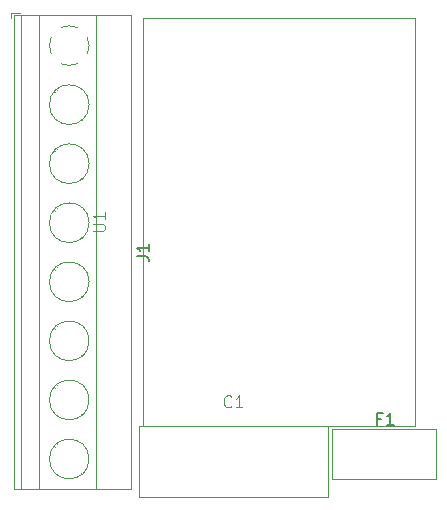
<source format=gbr>
%TF.GenerationSoftware,KiCad,Pcbnew,7.0.10*%
%TF.CreationDate,2024-02-19T12:02:35-07:00*%
%TF.ProjectId,jamie,6a616d69-652e-46b6-9963-61645f706362,rev?*%
%TF.SameCoordinates,Original*%
%TF.FileFunction,Legend,Top*%
%TF.FilePolarity,Positive*%
%FSLAX46Y46*%
G04 Gerber Fmt 4.6, Leading zero omitted, Abs format (unit mm)*
G04 Created by KiCad (PCBNEW 7.0.10) date 2024-02-19 12:02:35*
%MOMM*%
%LPD*%
G01*
G04 APERTURE LIST*
%ADD10C,0.100000*%
%ADD11C,0.150000*%
%ADD12C,0.120000*%
G04 APERTURE END LIST*
D10*
X148087419Y-98551904D02*
X148896942Y-98551904D01*
X148896942Y-98551904D02*
X148992180Y-98504285D01*
X148992180Y-98504285D02*
X149039800Y-98456666D01*
X149039800Y-98456666D02*
X149087419Y-98361428D01*
X149087419Y-98361428D02*
X149087419Y-98170952D01*
X149087419Y-98170952D02*
X149039800Y-98075714D01*
X149039800Y-98075714D02*
X148992180Y-98028095D01*
X148992180Y-98028095D02*
X148896942Y-97980476D01*
X148896942Y-97980476D02*
X148087419Y-97980476D01*
X149087419Y-96980476D02*
X149087419Y-97551904D01*
X149087419Y-97266190D02*
X148087419Y-97266190D01*
X148087419Y-97266190D02*
X148230276Y-97361428D01*
X148230276Y-97361428D02*
X148325514Y-97456666D01*
X148325514Y-97456666D02*
X148373133Y-97551904D01*
D11*
X151784819Y-100703333D02*
X152499104Y-100703333D01*
X152499104Y-100703333D02*
X152641961Y-100750952D01*
X152641961Y-100750952D02*
X152737200Y-100846190D01*
X152737200Y-100846190D02*
X152784819Y-100989047D01*
X152784819Y-100989047D02*
X152784819Y-101084285D01*
X152784819Y-99703333D02*
X152784819Y-100274761D01*
X152784819Y-99989047D02*
X151784819Y-99989047D01*
X151784819Y-99989047D02*
X151927676Y-100084285D01*
X151927676Y-100084285D02*
X152022914Y-100179523D01*
X152022914Y-100179523D02*
X152070533Y-100274761D01*
X172496666Y-114456009D02*
X172163333Y-114456009D01*
X172163333Y-114979819D02*
X172163333Y-113979819D01*
X172163333Y-113979819D02*
X172639523Y-113979819D01*
X173544285Y-114979819D02*
X172972857Y-114979819D01*
X173258571Y-114979819D02*
X173258571Y-113979819D01*
X173258571Y-113979819D02*
X173163333Y-114122676D01*
X173163333Y-114122676D02*
X173068095Y-114217914D01*
X173068095Y-114217914D02*
X172972857Y-114265533D01*
D10*
X159778333Y-113392180D02*
X159730714Y-113439800D01*
X159730714Y-113439800D02*
X159587857Y-113487419D01*
X159587857Y-113487419D02*
X159492619Y-113487419D01*
X159492619Y-113487419D02*
X159349762Y-113439800D01*
X159349762Y-113439800D02*
X159254524Y-113344561D01*
X159254524Y-113344561D02*
X159206905Y-113249323D01*
X159206905Y-113249323D02*
X159159286Y-113058847D01*
X159159286Y-113058847D02*
X159159286Y-112915990D01*
X159159286Y-112915990D02*
X159206905Y-112725514D01*
X159206905Y-112725514D02*
X159254524Y-112630276D01*
X159254524Y-112630276D02*
X159349762Y-112535038D01*
X159349762Y-112535038D02*
X159492619Y-112487419D01*
X159492619Y-112487419D02*
X159587857Y-112487419D01*
X159587857Y-112487419D02*
X159730714Y-112535038D01*
X159730714Y-112535038D02*
X159778333Y-112582657D01*
X160730714Y-113487419D02*
X160159286Y-113487419D01*
X160445000Y-113487419D02*
X160445000Y-112487419D01*
X160445000Y-112487419D02*
X160349762Y-112630276D01*
X160349762Y-112630276D02*
X160254524Y-112725514D01*
X160254524Y-112725514D02*
X160159286Y-112773133D01*
%TO.C,U1*%
X152330000Y-115040000D02*
X175330000Y-115040000D01*
X175330000Y-115040000D02*
X175330000Y-80540000D01*
X175330000Y-80540000D02*
X152330000Y-80540000D01*
X152330000Y-80540000D02*
X152330000Y-115040000D01*
D12*
%TO.C,J1*%
X147139000Y-89145000D02*
X147093000Y-89098000D01*
X147139000Y-114145000D02*
X147093000Y-114098000D01*
X147139000Y-99145000D02*
X147093000Y-99098000D01*
X147139000Y-104145000D02*
X147093000Y-104098000D01*
X143470000Y-80310000D02*
X143470000Y-120430000D01*
X141410000Y-80310000D02*
X141410000Y-120430000D01*
X144831000Y-91836000D02*
X144796000Y-91801000D01*
X147345000Y-103940000D02*
X147309000Y-103905000D01*
X141170000Y-80070000D02*
X141170000Y-80570000D01*
X151331000Y-80310000D02*
X151331000Y-120430000D01*
X151331000Y-120430000D02*
X141410000Y-120430000D01*
X151331000Y-80310000D02*
X141410000Y-80310000D01*
X144831000Y-101836000D02*
X144796000Y-101801000D01*
X145047000Y-116643000D02*
X145001000Y-116596000D01*
X145047000Y-111643000D02*
X145001000Y-111596000D01*
X147139000Y-94145000D02*
X147093000Y-94098000D01*
X144831000Y-106836000D02*
X144796000Y-106801000D01*
X144831000Y-96836000D02*
X144796000Y-96801000D01*
X147345000Y-88940000D02*
X147309000Y-88905000D01*
X144831000Y-111836000D02*
X144796000Y-111801000D01*
X145047000Y-106643000D02*
X145001000Y-106596000D01*
X147345000Y-118940000D02*
X147309000Y-118905000D01*
X145047000Y-96643000D02*
X145001000Y-96596000D01*
X141910000Y-80070000D02*
X141170000Y-80070000D01*
X147345000Y-108940000D02*
X147309000Y-108905000D01*
X147345000Y-113940000D02*
X147309000Y-113905000D01*
X141970000Y-80310000D02*
X141970000Y-120430000D01*
X147345000Y-98940000D02*
X147309000Y-98905000D01*
X147345000Y-93940000D02*
X147309000Y-93905000D01*
X144831000Y-116836000D02*
X144796000Y-116801000D01*
X147139000Y-109145000D02*
X147093000Y-109098000D01*
X145047000Y-101643000D02*
X145001000Y-101596000D01*
X144831000Y-86836000D02*
X144796000Y-86801000D01*
X145047000Y-91643000D02*
X145001000Y-91596000D01*
X145047000Y-86643000D02*
X145001000Y-86596000D01*
X147139000Y-119145000D02*
X147093000Y-119098000D01*
X148371000Y-80310000D02*
X148371000Y-120430000D01*
X147604999Y-83553999D02*
G75*
G03*
X147605426Y-82186958I-1534992J684000D01*
G01*
X144390001Y-82870000D02*
G75*
G03*
X144535245Y-83553318I1679999J0D01*
G01*
X145386000Y-84405000D02*
G75*
G03*
X146753042Y-84405426I684000J1535000D01*
G01*
X146753999Y-81335001D02*
G75*
G03*
X145386958Y-81334574I-684000J-1534992D01*
G01*
X144535001Y-82186000D02*
G75*
G03*
X144389748Y-82898805I1535000J-683999D01*
G01*
X147750000Y-117870000D02*
G75*
G03*
X144390000Y-117870000I-1680000J0D01*
G01*
X144390000Y-117870000D02*
G75*
G03*
X147750000Y-117870000I1680000J0D01*
G01*
X147750000Y-97870000D02*
G75*
G03*
X144390000Y-97870000I-1680000J0D01*
G01*
X144390000Y-97870000D02*
G75*
G03*
X147750000Y-97870000I1680000J0D01*
G01*
X147750000Y-87870000D02*
G75*
G03*
X144390000Y-87870000I-1680000J0D01*
G01*
X144390000Y-87870000D02*
G75*
G03*
X147750000Y-87870000I1680000J0D01*
G01*
X147750000Y-102870000D02*
G75*
G03*
X144390000Y-102870000I-1680000J0D01*
G01*
X144390000Y-102870000D02*
G75*
G03*
X147750000Y-102870000I1680000J0D01*
G01*
X147750000Y-92870000D02*
G75*
G03*
X144390000Y-92870000I-1680000J0D01*
G01*
X144390000Y-92870000D02*
G75*
G03*
X147750000Y-92870000I1680000J0D01*
G01*
X147750000Y-112870000D02*
G75*
G03*
X144390000Y-112870000I-1680000J0D01*
G01*
X144390000Y-112870000D02*
G75*
G03*
X147750000Y-112870000I1680000J0D01*
G01*
X147750000Y-107870000D02*
G75*
G03*
X144390000Y-107870000I-1680000J0D01*
G01*
X144390000Y-107870000D02*
G75*
G03*
X147750000Y-107870000I1680000J0D01*
G01*
%TO.C,F1*%
X177090000Y-119595000D02*
X168350000Y-119595000D01*
X168350000Y-115355000D02*
X177090000Y-115355000D01*
X177090000Y-119595000D02*
X177090000Y-115355000D01*
X168350000Y-115355000D02*
X168350000Y-119595000D01*
D10*
%TO.C,C1*%
X151945000Y-115110000D02*
X167945000Y-115110000D01*
X167945000Y-115110000D02*
X167945000Y-121110000D01*
X167945000Y-121110000D02*
X151945000Y-121110000D01*
X151945000Y-121110000D02*
X151945000Y-115110000D01*
%TD*%
M02*

</source>
